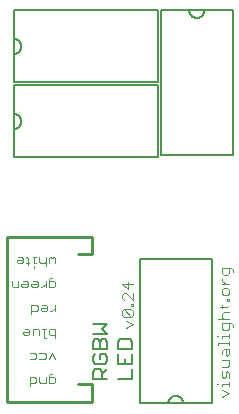
<source format=gto>
G75*
G70*
%OFA0B0*%
%FSLAX24Y24*%
%IPPOS*%
%LPD*%
%AMOC8*
5,1,8,0,0,1.08239X$1,22.5*
%
%ADD10C,0.0070*%
%ADD11C,0.0040*%
%ADD12C,0.0030*%
%ADD13C,0.0050*%
%ADD14C,0.0100*%
D10*
X003115Y001089D02*
X003115Y001329D01*
X003195Y001410D01*
X003355Y001410D01*
X003435Y001329D01*
X003435Y001089D01*
X003595Y001089D02*
X003115Y001089D01*
X003435Y001249D02*
X003595Y001410D01*
X003515Y001596D02*
X003595Y001676D01*
X003595Y001836D01*
X003515Y001916D01*
X003355Y001916D01*
X003355Y001756D01*
X003195Y001596D02*
X003515Y001596D01*
X003195Y001596D02*
X003115Y001676D01*
X003115Y001836D01*
X003195Y001916D01*
X003115Y002102D02*
X003115Y002342D01*
X003195Y002422D01*
X003275Y002422D01*
X003355Y002342D01*
X003355Y002102D01*
X003355Y002342D02*
X003435Y002422D01*
X003515Y002422D01*
X003595Y002342D01*
X003595Y002102D01*
X003115Y002102D01*
X003115Y002609D02*
X003595Y002609D01*
X003435Y002769D01*
X003595Y002929D01*
X003115Y002929D01*
X003940Y002342D02*
X003940Y002102D01*
X004420Y002102D01*
X004420Y002342D01*
X004340Y002422D01*
X004020Y002422D01*
X003940Y002342D01*
X003940Y001916D02*
X003940Y001596D01*
X004420Y001596D01*
X004420Y001916D01*
X004180Y001756D02*
X004180Y001596D01*
X004420Y001410D02*
X004420Y001089D01*
X003940Y001089D01*
D11*
X007240Y000928D02*
X007300Y000928D01*
X007420Y000928D02*
X007660Y000928D01*
X007660Y000868D02*
X007660Y000988D01*
X007660Y001114D02*
X007660Y001294D01*
X007600Y001354D01*
X007540Y001294D01*
X007540Y001174D01*
X007480Y001114D01*
X007420Y001174D01*
X007420Y001354D01*
X007420Y001482D02*
X007600Y001482D01*
X007660Y001542D01*
X007660Y001722D01*
X007420Y001722D01*
X007420Y001911D02*
X007420Y002031D01*
X007480Y002091D01*
X007660Y002091D01*
X007660Y001911D01*
X007600Y001850D01*
X007540Y001911D01*
X007540Y002091D01*
X007660Y002219D02*
X007660Y002339D01*
X007660Y002279D02*
X007300Y002279D01*
X007300Y002219D01*
X007420Y002464D02*
X007420Y002524D01*
X007660Y002524D01*
X007660Y002464D02*
X007660Y002584D01*
X007600Y002710D02*
X007660Y002770D01*
X007660Y002950D01*
X007720Y002950D02*
X007420Y002950D01*
X007420Y002770D01*
X007480Y002710D01*
X007600Y002710D01*
X007780Y002830D02*
X007780Y002890D01*
X007720Y002950D01*
X007660Y003078D02*
X007300Y003078D01*
X007420Y003138D02*
X007420Y003258D01*
X007480Y003318D01*
X007660Y003318D01*
X007600Y003507D02*
X007660Y003567D01*
X007600Y003507D02*
X007360Y003507D01*
X007420Y003447D02*
X007420Y003567D01*
X007600Y003692D02*
X007600Y003752D01*
X007660Y003752D01*
X007660Y003692D01*
X007600Y003692D01*
X007600Y003876D02*
X007480Y003876D01*
X007420Y003936D01*
X007420Y004056D01*
X007480Y004116D01*
X007600Y004116D01*
X007660Y004056D01*
X007660Y003936D01*
X007600Y003876D01*
X007660Y004245D02*
X007420Y004245D01*
X007420Y004365D02*
X007420Y004425D01*
X007420Y004365D02*
X007540Y004245D01*
X007480Y004551D02*
X007600Y004551D01*
X007660Y004612D01*
X007660Y004792D01*
X007720Y004792D02*
X007420Y004792D01*
X007420Y004612D01*
X007480Y004551D01*
X007780Y004672D02*
X007780Y004732D01*
X007720Y004792D01*
X007420Y003138D02*
X007480Y003078D01*
X007300Y002524D02*
X007240Y002524D01*
X007420Y000928D02*
X007420Y000868D01*
X007420Y000740D02*
X007660Y000620D01*
X007420Y000500D01*
D12*
X004465Y002918D02*
X004218Y003042D01*
X004156Y003163D02*
X004095Y003225D01*
X004095Y003348D01*
X004156Y003410D01*
X004403Y003163D01*
X004465Y003225D01*
X004465Y003348D01*
X004403Y003410D01*
X004156Y003410D01*
X004156Y003163D02*
X004403Y003163D01*
X004465Y002918D02*
X004218Y002795D01*
X004403Y003532D02*
X004403Y003593D01*
X004465Y003593D01*
X004465Y003532D01*
X004403Y003532D01*
X004465Y003716D02*
X004218Y003963D01*
X004156Y003963D01*
X004095Y003901D01*
X004095Y003778D01*
X004156Y003716D01*
X004280Y004084D02*
X004280Y004331D01*
X004465Y004269D02*
X004095Y004269D01*
X004280Y004084D01*
X004465Y003963D02*
X004465Y003716D01*
X001865Y003565D02*
X001865Y003351D01*
X001865Y003458D02*
X001758Y003351D01*
X001705Y003351D01*
X001596Y003405D02*
X001543Y003351D01*
X001436Y003351D01*
X001383Y003405D01*
X001383Y003458D01*
X001596Y003458D01*
X001596Y003405D02*
X001596Y003512D01*
X001543Y003565D01*
X001436Y003565D01*
X001274Y003512D02*
X001274Y003405D01*
X001221Y003351D01*
X001061Y003351D01*
X001061Y003245D02*
X001061Y003565D01*
X001221Y003565D01*
X001274Y003512D01*
X001221Y004151D02*
X001114Y004151D01*
X001061Y004205D01*
X001061Y004258D01*
X001274Y004258D01*
X001274Y004205D02*
X001221Y004151D01*
X001274Y004205D02*
X001274Y004312D01*
X001221Y004365D01*
X001114Y004365D01*
X000952Y004312D02*
X000952Y004205D01*
X000899Y004151D01*
X000792Y004151D01*
X000738Y004205D01*
X000738Y004258D01*
X000952Y004258D01*
X000952Y004312D02*
X000899Y004365D01*
X000792Y004365D01*
X000630Y004365D02*
X000630Y004151D01*
X000469Y004151D01*
X000416Y004205D01*
X000416Y004365D01*
X000631Y004951D02*
X000577Y005005D01*
X000577Y005058D01*
X000791Y005058D01*
X000791Y005005D02*
X000737Y004951D01*
X000631Y004951D01*
X000791Y005005D02*
X000791Y005112D01*
X000737Y005165D01*
X000631Y005165D01*
X000899Y005165D02*
X000952Y005112D01*
X000952Y004898D01*
X000899Y004951D02*
X001006Y004951D01*
X001167Y004951D02*
X001167Y005165D01*
X001220Y005165D02*
X001114Y005165D01*
X001329Y005165D02*
X001329Y005005D01*
X001383Y004951D01*
X001489Y004951D01*
X001543Y005005D01*
X001651Y004951D02*
X001651Y005112D01*
X001705Y005165D01*
X001758Y005112D01*
X001812Y005165D01*
X001865Y005112D01*
X001865Y004951D01*
X001758Y004472D02*
X001705Y004472D01*
X001651Y004418D01*
X001651Y004151D01*
X001812Y004151D01*
X001865Y004205D01*
X001865Y004312D01*
X001812Y004365D01*
X001651Y004365D01*
X001543Y004365D02*
X001543Y004151D01*
X001543Y004258D02*
X001436Y004151D01*
X001383Y004151D01*
X001167Y004791D02*
X001167Y004845D01*
X001167Y004951D02*
X001220Y004951D01*
X001543Y004845D02*
X001543Y005165D01*
X001543Y002765D02*
X001436Y002765D01*
X001489Y002765D02*
X001489Y002445D01*
X001543Y002445D01*
X001651Y002605D02*
X001705Y002551D01*
X001865Y002551D01*
X001865Y002445D02*
X001865Y002765D01*
X001705Y002765D01*
X001651Y002712D01*
X001651Y002605D01*
X001328Y002551D02*
X001328Y002712D01*
X001274Y002765D01*
X001114Y002765D01*
X001114Y002551D01*
X001006Y002605D02*
X000952Y002551D01*
X000845Y002551D01*
X000792Y002605D01*
X000792Y002658D01*
X001006Y002658D01*
X001006Y002605D02*
X001006Y002712D01*
X000952Y002765D01*
X000845Y002765D01*
X001007Y001965D02*
X001167Y001965D01*
X001220Y001912D01*
X001220Y001805D01*
X001167Y001751D01*
X001007Y001751D01*
X001329Y001751D02*
X001489Y001751D01*
X001543Y001805D01*
X001543Y001912D01*
X001489Y001965D01*
X001329Y001965D01*
X001651Y001751D02*
X001758Y001965D01*
X001865Y001751D01*
X001758Y001272D02*
X001705Y001272D01*
X001651Y001218D01*
X001651Y000951D01*
X001812Y000951D01*
X001865Y001005D01*
X001865Y001112D01*
X001812Y001165D01*
X001651Y001165D01*
X001543Y001165D02*
X001543Y000951D01*
X001383Y000951D01*
X001329Y001005D01*
X001329Y001165D01*
X001220Y001112D02*
X001220Y001005D01*
X001167Y000951D01*
X001007Y000951D01*
X001007Y000845D02*
X001007Y001165D01*
X001167Y001165D01*
X001220Y001112D01*
D13*
X004680Y000280D02*
X005630Y000280D01*
X006130Y000280D01*
X007080Y000280D01*
X007080Y005090D01*
X004680Y005090D01*
X004680Y000280D01*
X005630Y000280D02*
X005632Y000310D01*
X005637Y000340D01*
X005646Y000369D01*
X005659Y000396D01*
X005674Y000422D01*
X005693Y000446D01*
X005714Y000467D01*
X005738Y000486D01*
X005764Y000501D01*
X005791Y000514D01*
X005820Y000523D01*
X005850Y000528D01*
X005880Y000530D01*
X005910Y000528D01*
X005940Y000523D01*
X005969Y000514D01*
X005996Y000501D01*
X006022Y000486D01*
X006046Y000467D01*
X006067Y000446D01*
X006086Y000422D01*
X006101Y000396D01*
X006114Y000369D01*
X006123Y000340D01*
X006128Y000310D01*
X006130Y000280D01*
X005290Y008480D02*
X000480Y008480D01*
X000480Y009430D01*
X000480Y009930D01*
X000480Y010880D01*
X005290Y010880D01*
X005290Y008480D01*
X005380Y008570D02*
X005380Y013380D01*
X006330Y013380D01*
X006830Y013380D01*
X007780Y013380D01*
X007780Y008570D01*
X005380Y008570D01*
X005290Y010980D02*
X000480Y010980D01*
X000480Y011930D01*
X000480Y012430D01*
X000480Y013380D01*
X005290Y013380D01*
X005290Y010980D01*
X006330Y013380D02*
X006332Y013350D01*
X006337Y013320D01*
X006346Y013291D01*
X006359Y013264D01*
X006374Y013238D01*
X006393Y013214D01*
X006414Y013193D01*
X006438Y013174D01*
X006464Y013159D01*
X006491Y013146D01*
X006520Y013137D01*
X006550Y013132D01*
X006580Y013130D01*
X006610Y013132D01*
X006640Y013137D01*
X006669Y013146D01*
X006696Y013159D01*
X006722Y013174D01*
X006746Y013193D01*
X006767Y013214D01*
X006786Y013238D01*
X006801Y013264D01*
X006814Y013291D01*
X006823Y013320D01*
X006828Y013350D01*
X006830Y013380D01*
X000480Y012430D02*
X000510Y012428D01*
X000540Y012423D01*
X000569Y012414D01*
X000596Y012401D01*
X000622Y012386D01*
X000646Y012367D01*
X000667Y012346D01*
X000686Y012322D01*
X000701Y012296D01*
X000714Y012269D01*
X000723Y012240D01*
X000728Y012210D01*
X000730Y012180D01*
X000728Y012150D01*
X000723Y012120D01*
X000714Y012091D01*
X000701Y012064D01*
X000686Y012038D01*
X000667Y012014D01*
X000646Y011993D01*
X000622Y011974D01*
X000596Y011959D01*
X000569Y011946D01*
X000540Y011937D01*
X000510Y011932D01*
X000480Y011930D01*
X000480Y009930D02*
X000510Y009928D01*
X000540Y009923D01*
X000569Y009914D01*
X000596Y009901D01*
X000622Y009886D01*
X000646Y009867D01*
X000667Y009846D01*
X000686Y009822D01*
X000701Y009796D01*
X000714Y009769D01*
X000723Y009740D01*
X000728Y009710D01*
X000730Y009680D01*
X000728Y009650D01*
X000723Y009620D01*
X000714Y009591D01*
X000701Y009564D01*
X000686Y009538D01*
X000667Y009514D01*
X000646Y009493D01*
X000622Y009474D01*
X000596Y009459D01*
X000569Y009446D01*
X000540Y009437D01*
X000510Y009432D01*
X000480Y009430D01*
D14*
X000263Y000324D02*
X003097Y000324D01*
X003097Y000915D01*
X002625Y000915D01*
X000263Y000324D02*
X000263Y005836D01*
X003097Y005836D01*
X003097Y005245D01*
X002625Y005245D01*
M02*

</source>
